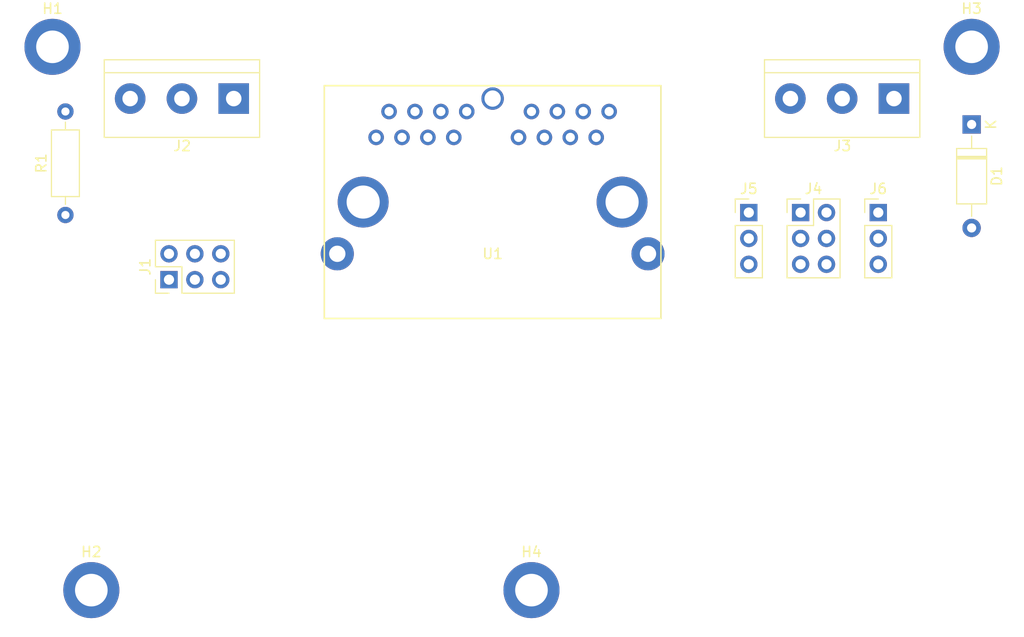
<source format=kicad_pcb>
(kicad_pcb (version 20171130) (host pcbnew 5.0.2+dfsg1-1)

  (general
    (thickness 1.6)
    (drawings 0)
    (tracks 0)
    (zones 0)
    (modules 13)
    (nets 18)
  )

  (page A4)
  (layers
    (0 F.Cu signal)
    (31 B.Cu signal)
    (32 B.Adhes user)
    (33 F.Adhes user)
    (34 B.Paste user)
    (35 F.Paste user)
    (36 B.SilkS user)
    (37 F.SilkS user)
    (38 B.Mask user)
    (39 F.Mask user)
    (40 Dwgs.User user)
    (41 Cmts.User user)
    (42 Eco1.User user)
    (43 Eco2.User user)
    (44 Edge.Cuts user)
    (45 Margin user)
    (46 B.CrtYd user)
    (47 F.CrtYd user)
    (48 B.Fab user)
    (49 F.Fab user)
  )

  (setup
    (last_trace_width 0.25)
    (trace_clearance 0.2)
    (zone_clearance 0.508)
    (zone_45_only no)
    (trace_min 0.2)
    (segment_width 0.2)
    (edge_width 0.15)
    (via_size 0.8)
    (via_drill 0.4)
    (via_min_size 0.4)
    (via_min_drill 0.3)
    (uvia_size 0.3)
    (uvia_drill 0.1)
    (uvias_allowed no)
    (uvia_min_size 0.2)
    (uvia_min_drill 0.1)
    (pcb_text_width 0.3)
    (pcb_text_size 1.5 1.5)
    (mod_edge_width 0.15)
    (mod_text_size 1 1)
    (mod_text_width 0.15)
    (pad_size 1.524 1.524)
    (pad_drill 0.762)
    (pad_to_mask_clearance 0.051)
    (solder_mask_min_width 0.25)
    (aux_axis_origin 0 0)
    (visible_elements FFFFFF7F)
    (pcbplotparams
      (layerselection 0x010fc_ffffffff)
      (usegerberextensions false)
      (usegerberattributes false)
      (usegerberadvancedattributes false)
      (creategerberjobfile false)
      (excludeedgelayer true)
      (linewidth 0.100000)
      (plotframeref false)
      (viasonmask false)
      (mode 1)
      (useauxorigin false)
      (hpglpennumber 1)
      (hpglpenspeed 20)
      (hpglpendiameter 15.000000)
      (psnegative false)
      (psa4output false)
      (plotreference true)
      (plotvalue true)
      (plotinvisibletext false)
      (padsonsilk false)
      (subtractmaskfromsilk false)
      (outputformat 1)
      (mirror false)
      (drillshape 1)
      (scaleselection 1)
      (outputdirectory ""))
  )

  (net 0 "")
  (net 1 sens)
  (net 2 Data3)
  (net 3 Data2)
  (net 4 Data1)
  (net 5 +5V)
  (net 6 GND)
  (net 7 Data1a)
  (net 8 Data2a)
  (net 9 Data3a)
  (net 10 "Net-(U1-Pad6)")
  (net 11 "Net-(U1-Pad5)")
  (net 12 "Net-(U1-Pad7)")
  (net 13 "Net-(U1-Pad14)")
  (net 14 "Net-(U1-Pad15)")
  (net 15 "Net-(U1-Pad13)")
  (net 16 "Net-(U1-Pad18)")
  (net 17 "Net-(U1-Pad17)")

  (net_class Default "This is the default net class."
    (clearance 0.2)
    (trace_width 0.25)
    (via_dia 0.8)
    (via_drill 0.4)
    (uvia_dia 0.3)
    (uvia_drill 0.1)
    (add_net +5V)
    (add_net Data1)
    (add_net Data1a)
    (add_net Data2)
    (add_net Data2a)
    (add_net Data3)
    (add_net Data3a)
    (add_net GND)
    (add_net "Net-(U1-Pad13)")
    (add_net "Net-(U1-Pad14)")
    (add_net "Net-(U1-Pad15)")
    (add_net "Net-(U1-Pad17)")
    (add_net "Net-(U1-Pad18)")
    (add_net "Net-(U1-Pad5)")
    (add_net "Net-(U1-Pad6)")
    (add_net "Net-(U1-Pad7)")
    (add_net sens)
  )

  (module Connector_PinHeader_2.54mm:PinHeader_2x03_P2.54mm_Vertical (layer F.Cu) (tedit 59FED5CC) (tstamp 5DC43B23)
    (at 125.73 73.66 90)
    (descr "Through hole straight pin header, 2x03, 2.54mm pitch, double rows")
    (tags "Through hole pin header THT 2x03 2.54mm double row")
    (path /5DC468F3)
    (fp_text reference J1 (at 1.27 -2.33 90) (layer F.SilkS)
      (effects (font (size 1 1) (thickness 0.15)))
    )
    (fp_text value Conn_02x03_Odd_Even (at 1.27 7.41 90) (layer F.Fab)
      (effects (font (size 1 1) (thickness 0.15)))
    )
    (fp_text user %R (at 1.27 2.54 180) (layer F.Fab)
      (effects (font (size 1 1) (thickness 0.15)))
    )
    (fp_line (start 4.35 -1.8) (end -1.8 -1.8) (layer F.CrtYd) (width 0.05))
    (fp_line (start 4.35 6.85) (end 4.35 -1.8) (layer F.CrtYd) (width 0.05))
    (fp_line (start -1.8 6.85) (end 4.35 6.85) (layer F.CrtYd) (width 0.05))
    (fp_line (start -1.8 -1.8) (end -1.8 6.85) (layer F.CrtYd) (width 0.05))
    (fp_line (start -1.33 -1.33) (end 0 -1.33) (layer F.SilkS) (width 0.12))
    (fp_line (start -1.33 0) (end -1.33 -1.33) (layer F.SilkS) (width 0.12))
    (fp_line (start 1.27 -1.33) (end 3.87 -1.33) (layer F.SilkS) (width 0.12))
    (fp_line (start 1.27 1.27) (end 1.27 -1.33) (layer F.SilkS) (width 0.12))
    (fp_line (start -1.33 1.27) (end 1.27 1.27) (layer F.SilkS) (width 0.12))
    (fp_line (start 3.87 -1.33) (end 3.87 6.41) (layer F.SilkS) (width 0.12))
    (fp_line (start -1.33 1.27) (end -1.33 6.41) (layer F.SilkS) (width 0.12))
    (fp_line (start -1.33 6.41) (end 3.87 6.41) (layer F.SilkS) (width 0.12))
    (fp_line (start -1.27 0) (end 0 -1.27) (layer F.Fab) (width 0.1))
    (fp_line (start -1.27 6.35) (end -1.27 0) (layer F.Fab) (width 0.1))
    (fp_line (start 3.81 6.35) (end -1.27 6.35) (layer F.Fab) (width 0.1))
    (fp_line (start 3.81 -1.27) (end 3.81 6.35) (layer F.Fab) (width 0.1))
    (fp_line (start 0 -1.27) (end 3.81 -1.27) (layer F.Fab) (width 0.1))
    (pad 6 thru_hole oval (at 2.54 5.08 90) (size 1.7 1.7) (drill 1) (layers *.Cu *.Mask)
      (net 1 sens))
    (pad 5 thru_hole oval (at 0 5.08 90) (size 1.7 1.7) (drill 1) (layers *.Cu *.Mask)
      (net 2 Data3))
    (pad 4 thru_hole oval (at 2.54 2.54 90) (size 1.7 1.7) (drill 1) (layers *.Cu *.Mask)
      (net 1 sens))
    (pad 3 thru_hole oval (at 0 2.54 90) (size 1.7 1.7) (drill 1) (layers *.Cu *.Mask)
      (net 3 Data2))
    (pad 2 thru_hole oval (at 2.54 0 90) (size 1.7 1.7) (drill 1) (layers *.Cu *.Mask)
      (net 1 sens))
    (pad 1 thru_hole rect (at 0 0 90) (size 1.7 1.7) (drill 1) (layers *.Cu *.Mask)
      (net 4 Data1))
    (model ${KISYS3DMOD}/Connector_PinHeader_2.54mm.3dshapes/PinHeader_2x03_P2.54mm_Vertical.wrl
      (at (xyz 0 0 0))
      (scale (xyz 1 1 1))
      (rotate (xyz 0 0 0))
    )
  )

  (module TerminalBlock:TerminalBlock_bornier-3_P5.08mm (layer F.Cu) (tedit 59FF03B9) (tstamp 5DC38010)
    (at 132.08 55.88 180)
    (descr "simple 3-pin terminal block, pitch 5.08mm, revamped version of bornier3")
    (tags "terminal block bornier3")
    (path /5DC33416)
    (fp_text reference J2 (at 5.05 -4.65 180) (layer F.SilkS)
      (effects (font (size 1 1) (thickness 0.15)))
    )
    (fp_text value Screw_Terminal_01x03 (at 5.08 5.08 180) (layer F.Fab)
      (effects (font (size 1 1) (thickness 0.15)))
    )
    (fp_text user %R (at 5.08 0 180) (layer F.Fab)
      (effects (font (size 1 1) (thickness 0.15)))
    )
    (fp_line (start -2.47 2.55) (end 12.63 2.55) (layer F.Fab) (width 0.1))
    (fp_line (start -2.47 -3.75) (end 12.63 -3.75) (layer F.Fab) (width 0.1))
    (fp_line (start 12.63 -3.75) (end 12.63 3.75) (layer F.Fab) (width 0.1))
    (fp_line (start 12.63 3.75) (end -2.47 3.75) (layer F.Fab) (width 0.1))
    (fp_line (start -2.47 3.75) (end -2.47 -3.75) (layer F.Fab) (width 0.1))
    (fp_line (start -2.54 3.81) (end -2.54 -3.81) (layer F.SilkS) (width 0.12))
    (fp_line (start 12.7 3.81) (end 12.7 -3.81) (layer F.SilkS) (width 0.12))
    (fp_line (start -2.54 2.54) (end 12.7 2.54) (layer F.SilkS) (width 0.12))
    (fp_line (start -2.54 -3.81) (end 12.7 -3.81) (layer F.SilkS) (width 0.12))
    (fp_line (start -2.54 3.81) (end 12.7 3.81) (layer F.SilkS) (width 0.12))
    (fp_line (start -2.72 -4) (end 12.88 -4) (layer F.CrtYd) (width 0.05))
    (fp_line (start -2.72 -4) (end -2.72 4) (layer F.CrtYd) (width 0.05))
    (fp_line (start 12.88 4) (end 12.88 -4) (layer F.CrtYd) (width 0.05))
    (fp_line (start 12.88 4) (end -2.72 4) (layer F.CrtYd) (width 0.05))
    (pad 1 thru_hole rect (at 0 0 180) (size 3 3) (drill 1.52) (layers *.Cu *.Mask)
      (net 5 +5V))
    (pad 2 thru_hole circle (at 5.08 0 180) (size 3 3) (drill 1.52) (layers *.Cu *.Mask)
      (net 1 sens))
    (pad 3 thru_hole circle (at 10.16 0 180) (size 3 3) (drill 1.52) (layers *.Cu *.Mask)
      (net 6 GND))
    (model ${KISYS3DMOD}/TerminalBlock.3dshapes/TerminalBlock_bornier-3_P5.08mm.wrl
      (offset (xyz 5.079999923706055 0 0))
      (scale (xyz 1 1 1))
      (rotate (xyz 0 0 0))
    )
  )

  (module TerminalBlock:TerminalBlock_bornier-3_P5.08mm (layer F.Cu) (tedit 59FF03B9) (tstamp 5DC43A8C)
    (at 196.85 55.88 180)
    (descr "simple 3-pin terminal block, pitch 5.08mm, revamped version of bornier3")
    (tags "terminal block bornier3")
    (path /5DC4B9A2)
    (fp_text reference J3 (at 5.05 -4.65 180) (layer F.SilkS)
      (effects (font (size 1 1) (thickness 0.15)))
    )
    (fp_text value Screw_Terminal_01x03 (at 5.08 5.08 180) (layer F.Fab)
      (effects (font (size 1 1) (thickness 0.15)))
    )
    (fp_line (start 12.88 4) (end -2.72 4) (layer F.CrtYd) (width 0.05))
    (fp_line (start 12.88 4) (end 12.88 -4) (layer F.CrtYd) (width 0.05))
    (fp_line (start -2.72 -4) (end -2.72 4) (layer F.CrtYd) (width 0.05))
    (fp_line (start -2.72 -4) (end 12.88 -4) (layer F.CrtYd) (width 0.05))
    (fp_line (start -2.54 3.81) (end 12.7 3.81) (layer F.SilkS) (width 0.12))
    (fp_line (start -2.54 -3.81) (end 12.7 -3.81) (layer F.SilkS) (width 0.12))
    (fp_line (start -2.54 2.54) (end 12.7 2.54) (layer F.SilkS) (width 0.12))
    (fp_line (start 12.7 3.81) (end 12.7 -3.81) (layer F.SilkS) (width 0.12))
    (fp_line (start -2.54 3.81) (end -2.54 -3.81) (layer F.SilkS) (width 0.12))
    (fp_line (start -2.47 3.75) (end -2.47 -3.75) (layer F.Fab) (width 0.1))
    (fp_line (start 12.63 3.75) (end -2.47 3.75) (layer F.Fab) (width 0.1))
    (fp_line (start 12.63 -3.75) (end 12.63 3.75) (layer F.Fab) (width 0.1))
    (fp_line (start -2.47 -3.75) (end 12.63 -3.75) (layer F.Fab) (width 0.1))
    (fp_line (start -2.47 2.55) (end 12.63 2.55) (layer F.Fab) (width 0.1))
    (fp_text user %R (at 5.08 0 180) (layer F.Fab)
      (effects (font (size 1 1) (thickness 0.15)))
    )
    (pad 3 thru_hole circle (at 10.16 0 180) (size 3 3) (drill 1.52) (layers *.Cu *.Mask)
      (net 6 GND))
    (pad 2 thru_hole circle (at 5.08 0 180) (size 3 3) (drill 1.52) (layers *.Cu *.Mask)
      (net 1 sens))
    (pad 1 thru_hole rect (at 0 0 180) (size 3 3) (drill 1.52) (layers *.Cu *.Mask)
      (net 5 +5V))
    (model ${KISYS3DMOD}/TerminalBlock.3dshapes/TerminalBlock_bornier-3_P5.08mm.wrl
      (offset (xyz 5.079999923706055 0 0))
      (scale (xyz 1 1 1))
      (rotate (xyz 0 0 0))
    )
  )

  (module Connector_PinHeader_2.54mm:PinHeader_2x03_P2.54mm_Vertical (layer F.Cu) (tedit 59FED5CC) (tstamp 5DC4B420)
    (at 187.692655 67.07013)
    (descr "Through hole straight pin header, 2x03, 2.54mm pitch, double rows")
    (tags "Through hole pin header THT 2x03 2.54mm double row")
    (path /5DC334A3)
    (fp_text reference J4 (at 1.27 -2.33) (layer F.SilkS)
      (effects (font (size 1 1) (thickness 0.15)))
    )
    (fp_text value Conn_02x03_Odd_Even (at 1.27 7.41) (layer F.Fab)
      (effects (font (size 1 1) (thickness 0.15)))
    )
    (fp_line (start 0 -1.27) (end 3.81 -1.27) (layer F.Fab) (width 0.1))
    (fp_line (start 3.81 -1.27) (end 3.81 6.35) (layer F.Fab) (width 0.1))
    (fp_line (start 3.81 6.35) (end -1.27 6.35) (layer F.Fab) (width 0.1))
    (fp_line (start -1.27 6.35) (end -1.27 0) (layer F.Fab) (width 0.1))
    (fp_line (start -1.27 0) (end 0 -1.27) (layer F.Fab) (width 0.1))
    (fp_line (start -1.33 6.41) (end 3.87 6.41) (layer F.SilkS) (width 0.12))
    (fp_line (start -1.33 1.27) (end -1.33 6.41) (layer F.SilkS) (width 0.12))
    (fp_line (start 3.87 -1.33) (end 3.87 6.41) (layer F.SilkS) (width 0.12))
    (fp_line (start -1.33 1.27) (end 1.27 1.27) (layer F.SilkS) (width 0.12))
    (fp_line (start 1.27 1.27) (end 1.27 -1.33) (layer F.SilkS) (width 0.12))
    (fp_line (start 1.27 -1.33) (end 3.87 -1.33) (layer F.SilkS) (width 0.12))
    (fp_line (start -1.33 0) (end -1.33 -1.33) (layer F.SilkS) (width 0.12))
    (fp_line (start -1.33 -1.33) (end 0 -1.33) (layer F.SilkS) (width 0.12))
    (fp_line (start -1.8 -1.8) (end -1.8 6.85) (layer F.CrtYd) (width 0.05))
    (fp_line (start -1.8 6.85) (end 4.35 6.85) (layer F.CrtYd) (width 0.05))
    (fp_line (start 4.35 6.85) (end 4.35 -1.8) (layer F.CrtYd) (width 0.05))
    (fp_line (start 4.35 -1.8) (end -1.8 -1.8) (layer F.CrtYd) (width 0.05))
    (fp_text user %R (at 1.27 2.54 90) (layer F.Fab)
      (effects (font (size 1 1) (thickness 0.15)))
    )
    (pad 1 thru_hole rect (at 0 0) (size 1.7 1.7) (drill 1) (layers *.Cu *.Mask)
      (net 4 Data1))
    (pad 2 thru_hole oval (at 2.54 0) (size 1.7 1.7) (drill 1) (layers *.Cu *.Mask)
      (net 7 Data1a))
    (pad 3 thru_hole oval (at 0 2.54) (size 1.7 1.7) (drill 1) (layers *.Cu *.Mask)
      (net 3 Data2))
    (pad 4 thru_hole oval (at 2.54 2.54) (size 1.7 1.7) (drill 1) (layers *.Cu *.Mask)
      (net 8 Data2a))
    (pad 5 thru_hole oval (at 0 5.08) (size 1.7 1.7) (drill 1) (layers *.Cu *.Mask)
      (net 2 Data3))
    (pad 6 thru_hole oval (at 2.54 5.08) (size 1.7 1.7) (drill 1) (layers *.Cu *.Mask)
      (net 9 Data3a))
    (model ${KISYS3DMOD}/Connector_PinHeader_2.54mm.3dshapes/PinHeader_2x03_P2.54mm_Vertical.wrl
      (at (xyz 0 0 0))
      (scale (xyz 1 1 1))
      (rotate (xyz 0 0 0))
    )
  )

  (module Connector_PinHeader_2.54mm:PinHeader_1x03_P2.54mm_Vertical (layer F.Cu) (tedit 59FED5CC) (tstamp 5DC4B46C)
    (at 182.612655 67.07013)
    (descr "Through hole straight pin header, 1x03, 2.54mm pitch, single row")
    (tags "Through hole pin header THT 1x03 2.54mm single row")
    (path /5DC3384A)
    (fp_text reference J5 (at 0 -2.33) (layer F.SilkS)
      (effects (font (size 1 1) (thickness 0.15)))
    )
    (fp_text value Conn_01x03 (at 0 7.41) (layer F.Fab)
      (effects (font (size 1 1) (thickness 0.15)))
    )
    (fp_text user %R (at 0 2.54 90) (layer F.Fab)
      (effects (font (size 1 1) (thickness 0.15)))
    )
    (fp_line (start 1.8 -1.8) (end -1.8 -1.8) (layer F.CrtYd) (width 0.05))
    (fp_line (start 1.8 6.85) (end 1.8 -1.8) (layer F.CrtYd) (width 0.05))
    (fp_line (start -1.8 6.85) (end 1.8 6.85) (layer F.CrtYd) (width 0.05))
    (fp_line (start -1.8 -1.8) (end -1.8 6.85) (layer F.CrtYd) (width 0.05))
    (fp_line (start -1.33 -1.33) (end 0 -1.33) (layer F.SilkS) (width 0.12))
    (fp_line (start -1.33 0) (end -1.33 -1.33) (layer F.SilkS) (width 0.12))
    (fp_line (start -1.33 1.27) (end 1.33 1.27) (layer F.SilkS) (width 0.12))
    (fp_line (start 1.33 1.27) (end 1.33 6.41) (layer F.SilkS) (width 0.12))
    (fp_line (start -1.33 1.27) (end -1.33 6.41) (layer F.SilkS) (width 0.12))
    (fp_line (start -1.33 6.41) (end 1.33 6.41) (layer F.SilkS) (width 0.12))
    (fp_line (start -1.27 -0.635) (end -0.635 -1.27) (layer F.Fab) (width 0.1))
    (fp_line (start -1.27 6.35) (end -1.27 -0.635) (layer F.Fab) (width 0.1))
    (fp_line (start 1.27 6.35) (end -1.27 6.35) (layer F.Fab) (width 0.1))
    (fp_line (start 1.27 -1.27) (end 1.27 6.35) (layer F.Fab) (width 0.1))
    (fp_line (start -0.635 -1.27) (end 1.27 -1.27) (layer F.Fab) (width 0.1))
    (pad 3 thru_hole oval (at 0 5.08) (size 1.7 1.7) (drill 1) (layers *.Cu *.Mask)
      (net 2 Data3))
    (pad 2 thru_hole oval (at 0 2.54) (size 1.7 1.7) (drill 1) (layers *.Cu *.Mask)
      (net 3 Data2))
    (pad 1 thru_hole rect (at 0 0) (size 1.7 1.7) (drill 1) (layers *.Cu *.Mask)
      (net 4 Data1))
    (model ${KISYS3DMOD}/Connector_PinHeader_2.54mm.3dshapes/PinHeader_1x03_P2.54mm_Vertical.wrl
      (at (xyz 0 0 0))
      (scale (xyz 1 1 1))
      (rotate (xyz 0 0 0))
    )
  )

  (module Connector_PinHeader_2.54mm:PinHeader_1x03_P2.54mm_Vertical (layer F.Cu) (tedit 59FED5CC) (tstamp 5DC4B4AE)
    (at 195.312655 67.07013)
    (descr "Through hole straight pin header, 1x03, 2.54mm pitch, single row")
    (tags "Through hole pin header THT 1x03 2.54mm single row")
    (path /5DC33789)
    (fp_text reference J6 (at 0 -2.33) (layer F.SilkS)
      (effects (font (size 1 1) (thickness 0.15)))
    )
    (fp_text value Conn_01x03 (at 0 7.41) (layer F.Fab)
      (effects (font (size 1 1) (thickness 0.15)))
    )
    (fp_line (start -0.635 -1.27) (end 1.27 -1.27) (layer F.Fab) (width 0.1))
    (fp_line (start 1.27 -1.27) (end 1.27 6.35) (layer F.Fab) (width 0.1))
    (fp_line (start 1.27 6.35) (end -1.27 6.35) (layer F.Fab) (width 0.1))
    (fp_line (start -1.27 6.35) (end -1.27 -0.635) (layer F.Fab) (width 0.1))
    (fp_line (start -1.27 -0.635) (end -0.635 -1.27) (layer F.Fab) (width 0.1))
    (fp_line (start -1.33 6.41) (end 1.33 6.41) (layer F.SilkS) (width 0.12))
    (fp_line (start -1.33 1.27) (end -1.33 6.41) (layer F.SilkS) (width 0.12))
    (fp_line (start 1.33 1.27) (end 1.33 6.41) (layer F.SilkS) (width 0.12))
    (fp_line (start -1.33 1.27) (end 1.33 1.27) (layer F.SilkS) (width 0.12))
    (fp_line (start -1.33 0) (end -1.33 -1.33) (layer F.SilkS) (width 0.12))
    (fp_line (start -1.33 -1.33) (end 0 -1.33) (layer F.SilkS) (width 0.12))
    (fp_line (start -1.8 -1.8) (end -1.8 6.85) (layer F.CrtYd) (width 0.05))
    (fp_line (start -1.8 6.85) (end 1.8 6.85) (layer F.CrtYd) (width 0.05))
    (fp_line (start 1.8 6.85) (end 1.8 -1.8) (layer F.CrtYd) (width 0.05))
    (fp_line (start 1.8 -1.8) (end -1.8 -1.8) (layer F.CrtYd) (width 0.05))
    (fp_text user %R (at 0 2.54 90) (layer F.Fab)
      (effects (font (size 1 1) (thickness 0.15)))
    )
    (pad 1 thru_hole rect (at 0 0) (size 1.7 1.7) (drill 1) (layers *.Cu *.Mask)
      (net 7 Data1a))
    (pad 2 thru_hole oval (at 0 2.54) (size 1.7 1.7) (drill 1) (layers *.Cu *.Mask)
      (net 8 Data2a))
    (pad 3 thru_hole oval (at 0 5.08) (size 1.7 1.7) (drill 1) (layers *.Cu *.Mask)
      (net 9 Data3a))
    (model ${KISYS3DMOD}/Connector_PinHeader_2.54mm.3dshapes/PinHeader_1x03_P2.54mm_Vertical.wrl
      (at (xyz 0 0 0))
      (scale (xyz 1 1 1))
      (rotate (xyz 0 0 0))
    )
  )

  (module Resistor_THT:R_Axial_DIN0207_L6.3mm_D2.5mm_P10.16mm_Horizontal (layer F.Cu) (tedit 5AE5139B) (tstamp 5DC4399F)
    (at 115.57 67.31 90)
    (descr "Resistor, Axial_DIN0207 series, Axial, Horizontal, pin pitch=10.16mm, 0.25W = 1/4W, length*diameter=6.3*2.5mm^2, http://cdn-reichelt.de/documents/datenblatt/B400/1_4W%23YAG.pdf")
    (tags "Resistor Axial_DIN0207 series Axial Horizontal pin pitch 10.16mm 0.25W = 1/4W length 6.3mm diameter 2.5mm")
    (path /5D9E59CF)
    (fp_text reference R1 (at 5.08 -2.37 90) (layer F.SilkS)
      (effects (font (size 1 1) (thickness 0.15)))
    )
    (fp_text value 4k7 (at 5.08 2.37 90) (layer F.Fab)
      (effects (font (size 1 1) (thickness 0.15)))
    )
    (fp_line (start 1.93 -1.25) (end 1.93 1.25) (layer F.Fab) (width 0.1))
    (fp_line (start 1.93 1.25) (end 8.23 1.25) (layer F.Fab) (width 0.1))
    (fp_line (start 8.23 1.25) (end 8.23 -1.25) (layer F.Fab) (width 0.1))
    (fp_line (start 8.23 -1.25) (end 1.93 -1.25) (layer F.Fab) (width 0.1))
    (fp_line (start 0 0) (end 1.93 0) (layer F.Fab) (width 0.1))
    (fp_line (start 10.16 0) (end 8.23 0) (layer F.Fab) (width 0.1))
    (fp_line (start 1.81 -1.37) (end 1.81 1.37) (layer F.SilkS) (width 0.12))
    (fp_line (start 1.81 1.37) (end 8.35 1.37) (layer F.SilkS) (width 0.12))
    (fp_line (start 8.35 1.37) (end 8.35 -1.37) (layer F.SilkS) (width 0.12))
    (fp_line (start 8.35 -1.37) (end 1.81 -1.37) (layer F.SilkS) (width 0.12))
    (fp_line (start 1.04 0) (end 1.81 0) (layer F.SilkS) (width 0.12))
    (fp_line (start 9.12 0) (end 8.35 0) (layer F.SilkS) (width 0.12))
    (fp_line (start -1.05 -1.5) (end -1.05 1.5) (layer F.CrtYd) (width 0.05))
    (fp_line (start -1.05 1.5) (end 11.21 1.5) (layer F.CrtYd) (width 0.05))
    (fp_line (start 11.21 1.5) (end 11.21 -1.5) (layer F.CrtYd) (width 0.05))
    (fp_line (start 11.21 -1.5) (end -1.05 -1.5) (layer F.CrtYd) (width 0.05))
    (fp_text user %R (at 5.08 0 90) (layer F.Fab)
      (effects (font (size 1 1) (thickness 0.15)))
    )
    (pad 1 thru_hole circle (at 0 0 90) (size 1.6 1.6) (drill 0.8) (layers *.Cu *.Mask)
      (net 1 sens))
    (pad 2 thru_hole oval (at 10.16 0 90) (size 1.6 1.6) (drill 0.8) (layers *.Cu *.Mask)
      (net 5 +5V))
    (model ${KISYS3DMOD}/Resistor_THT.3dshapes/R_Axial_DIN0207_L6.3mm_D2.5mm_P10.16mm_Horizontal.wrl
      (at (xyz 0 0 0))
      (scale (xyz 1 1 1))
      (rotate (xyz 0 0 0))
    )
  )

  (module RJ45_dual:RJ45_dual (layer F.Cu) (tedit 5DC1F2EB) (tstamp 5DC380BB)
    (at 157.48 66.04)
    (path /5DC21074)
    (fp_text reference U1 (at 0 5.08) (layer F.SilkS)
      (effects (font (size 1 1) (thickness 0.15)))
    )
    (fp_text value DUALRJ45 (at 0 2.54) (layer F.Fab)
      (effects (font (size 1 1) (thickness 0.15)))
    )
    (fp_line (start -16.51 11.43) (end -16.51 -11.43) (layer F.SilkS) (width 0.15))
    (fp_line (start -16.51 -11.43) (end 16.51 -11.43) (layer F.SilkS) (width 0.15))
    (fp_line (start 16.51 -11.43) (end 16.51 11.43) (layer F.SilkS) (width 0.15))
    (fp_line (start 16.51 11.43) (end -16.51 11.43) (layer F.SilkS) (width 0.15))
    (pad 8 thru_hole circle (at -2.54 -8.89) (size 1.524 1.524) (drill 0.9) (layers *.Cu *.Mask)
      (net 5 +5V))
    (pad 6 thru_hole circle (at -5.08 -8.89) (size 1.524 1.524) (drill 0.9) (layers *.Cu *.Mask)
      (net 10 "Net-(U1-Pad6)"))
    (pad 4 thru_hole circle (at -7.62 -8.89) (size 1.524 1.524) (drill 0.9) (layers *.Cu *.Mask)
      (net 2 Data3))
    (pad 2 thru_hole circle (at -10.16 -8.89) (size 1.524 1.524) (drill 0.9) (layers *.Cu *.Mask)
      (net 4 Data1))
    (pad 1 thru_hole circle (at -11.43 -6.35) (size 1.524 1.524) (drill 0.9) (layers *.Cu *.Mask)
      (net 6 GND))
    (pad 3 thru_hole circle (at -8.89 -6.35) (size 1.524 1.524) (drill 0.9) (layers *.Cu *.Mask)
      (net 3 Data2))
    (pad 5 thru_hole circle (at -6.35 -6.35) (size 1.524 1.524) (drill 0.9) (layers *.Cu *.Mask)
      (net 11 "Net-(U1-Pad5)"))
    (pad 7 thru_hole circle (at -3.81 -6.35) (size 1.524 1.524) (drill 0.9) (layers *.Cu *.Mask)
      (net 12 "Net-(U1-Pad7)"))
    (pad 10 thru_hole circle (at 3.81 -8.89) (size 1.524 1.524) (drill 0.9) (layers *.Cu *.Mask)
      (net 7 Data1a))
    (pad 12 thru_hole circle (at 6.35 -8.89) (size 1.524 1.524) (drill 0.9) (layers *.Cu *.Mask)
      (net 9 Data3a))
    (pad 14 thru_hole circle (at 8.89 -8.89) (size 1.524 1.524) (drill 0.9) (layers *.Cu *.Mask)
      (net 13 "Net-(U1-Pad14)"))
    (pad 16 thru_hole circle (at 11.43 -8.89) (size 1.524 1.524) (drill 0.9) (layers *.Cu *.Mask)
      (net 5 +5V))
    (pad 15 thru_hole circle (at 10.16 -6.35) (size 1.524 1.524) (drill 0.9) (layers *.Cu *.Mask)
      (net 14 "Net-(U1-Pad15)"))
    (pad 13 thru_hole circle (at 7.62 -6.35) (size 1.524 1.524) (drill 0.9) (layers *.Cu *.Mask)
      (net 15 "Net-(U1-Pad13)"))
    (pad 11 thru_hole circle (at 5.08 -6.35) (size 1.524 1.524) (drill 0.9) (layers *.Cu *.Mask)
      (net 8 Data2a))
    (pad 9 thru_hole circle (at 2.54 -6.35) (size 1.524 1.524) (drill 0.9) (layers *.Cu *.Mask)
      (net 6 GND))
    (pad 18 thru_hole circle (at -12.7 0) (size 5 5) (drill 3.25) (layers *.Cu *.Mask)
      (net 16 "Net-(U1-Pad18)"))
    (pad 17 thru_hole circle (at 12.7 0) (size 5 5) (drill 3.25) (layers *.Cu *.Mask)
      (net 17 "Net-(U1-Pad17)"))
    (pad 19 thru_hole circle (at -15.24 5.08) (size 3.25 3.25) (drill 1.6) (layers *.Cu *.Mask)
      (net 6 GND))
    (pad 20 thru_hole circle (at 15.24 5.08) (size 3.25 3.25) (drill 1.6) (layers *.Cu *.Mask)
      (net 6 GND))
    (pad 21 thru_hole circle (at 0 -10.16) (size 2.2 2.2) (drill 1.6) (layers *.Cu *.Mask)
      (net 6 GND))
  )

  (module MountingHole:MountingHole_3.2mm_M3_ISO14580_Pad (layer F.Cu) (tedit 56D1B4CB) (tstamp 5DC44740)
    (at 114.3 50.8)
    (descr "Mounting Hole 3.2mm, M3, ISO14580")
    (tags "mounting hole 3.2mm m3 iso14580")
    (path /5DC4BED7)
    (attr virtual)
    (fp_text reference H1 (at 0 -3.75) (layer F.SilkS)
      (effects (font (size 1 1) (thickness 0.15)))
    )
    (fp_text value MountingHole (at 0 3.75) (layer F.Fab)
      (effects (font (size 1 1) (thickness 0.15)))
    )
    (fp_text user %R (at 0.3 0) (layer F.Fab)
      (effects (font (size 1 1) (thickness 0.15)))
    )
    (fp_circle (center 0 0) (end 2.75 0) (layer Cmts.User) (width 0.15))
    (fp_circle (center 0 0) (end 3 0) (layer F.CrtYd) (width 0.05))
    (pad 1 thru_hole circle (at 0 0) (size 5.5 5.5) (drill 3.2) (layers *.Cu *.Mask))
  )

  (module MountingHole:MountingHole_3.2mm_M3_ISO14580_Pad (layer F.Cu) (tedit 56D1B4CB) (tstamp 5DC44748)
    (at 118.11 104.14)
    (descr "Mounting Hole 3.2mm, M3, ISO14580")
    (tags "mounting hole 3.2mm m3 iso14580")
    (path /5DC4BF4F)
    (attr virtual)
    (fp_text reference H2 (at 0 -3.75) (layer F.SilkS)
      (effects (font (size 1 1) (thickness 0.15)))
    )
    (fp_text value MountingHole (at 0 3.75) (layer F.Fab)
      (effects (font (size 1 1) (thickness 0.15)))
    )
    (fp_circle (center 0 0) (end 3 0) (layer F.CrtYd) (width 0.05))
    (fp_circle (center 0 0) (end 2.75 0) (layer Cmts.User) (width 0.15))
    (fp_text user %R (at 0.3 0) (layer F.Fab)
      (effects (font (size 1 1) (thickness 0.15)))
    )
    (pad 1 thru_hole circle (at 0 0) (size 5.5 5.5) (drill 3.2) (layers *.Cu *.Mask))
  )

  (module MountingHole:MountingHole_3.2mm_M3_ISO14580_Pad (layer F.Cu) (tedit 56D1B4CB) (tstamp 5DC44750)
    (at 204.47 50.8)
    (descr "Mounting Hole 3.2mm, M3, ISO14580")
    (tags "mounting hole 3.2mm m3 iso14580")
    (path /5DC4BF77)
    (attr virtual)
    (fp_text reference H3 (at 0 -3.75) (layer F.SilkS)
      (effects (font (size 1 1) (thickness 0.15)))
    )
    (fp_text value MountingHole (at 0 3.75) (layer F.Fab)
      (effects (font (size 1 1) (thickness 0.15)))
    )
    (fp_text user %R (at 0.3 0) (layer F.Fab)
      (effects (font (size 1 1) (thickness 0.15)))
    )
    (fp_circle (center 0 0) (end 2.75 0) (layer Cmts.User) (width 0.15))
    (fp_circle (center 0 0) (end 3 0) (layer F.CrtYd) (width 0.05))
    (pad 1 thru_hole circle (at 0 0) (size 5.5 5.5) (drill 3.2) (layers *.Cu *.Mask))
  )

  (module MountingHole:MountingHole_3.2mm_M3_ISO14580_Pad (layer F.Cu) (tedit 56D1B4CB) (tstamp 5DC47936)
    (at 161.29 104.14)
    (descr "Mounting Hole 3.2mm, M3, ISO14580")
    (tags "mounting hole 3.2mm m3 iso14580")
    (path /5DC4BFA9)
    (attr virtual)
    (fp_text reference H4 (at 0 -3.75) (layer F.SilkS)
      (effects (font (size 1 1) (thickness 0.15)))
    )
    (fp_text value MountingHole (at 0 3.75) (layer F.Fab)
      (effects (font (size 1 1) (thickness 0.15)))
    )
    (fp_circle (center 0 0) (end 3 0) (layer F.CrtYd) (width 0.05))
    (fp_circle (center 0 0) (end 2.75 0) (layer Cmts.User) (width 0.15))
    (fp_text user %R (at 0.3 0) (layer F.Fab)
      (effects (font (size 1 1) (thickness 0.15)))
    )
    (pad 1 thru_hole circle (at 0 0) (size 5.5 5.5) (drill 3.2) (layers *.Cu *.Mask))
  )

  (module Diode_THT:D_A-405_P10.16mm_Horizontal (layer F.Cu) (tedit 5AE50CD5) (tstamp 5DC4B225)
    (at 204.47 58.42 270)
    (descr "Diode, A-405 series, Axial, Horizontal, pin pitch=10.16mm, , length*diameter=5.2*2.7mm^2, , http://www.diodes.com/_files/packages/A-405.pdf")
    (tags "Diode A-405 series Axial Horizontal pin pitch 10.16mm  length 5.2mm diameter 2.7mm")
    (path /5DC4C20E)
    (fp_text reference D1 (at 5.08 -2.47 270) (layer F.SilkS)
      (effects (font (size 1 1) (thickness 0.15)))
    )
    (fp_text value D_Schottky (at 5.08 2.47 270) (layer F.Fab)
      (effects (font (size 1 1) (thickness 0.15)))
    )
    (fp_line (start 2.48 -1.35) (end 2.48 1.35) (layer F.Fab) (width 0.1))
    (fp_line (start 2.48 1.35) (end 7.68 1.35) (layer F.Fab) (width 0.1))
    (fp_line (start 7.68 1.35) (end 7.68 -1.35) (layer F.Fab) (width 0.1))
    (fp_line (start 7.68 -1.35) (end 2.48 -1.35) (layer F.Fab) (width 0.1))
    (fp_line (start 0 0) (end 2.48 0) (layer F.Fab) (width 0.1))
    (fp_line (start 10.16 0) (end 7.68 0) (layer F.Fab) (width 0.1))
    (fp_line (start 3.26 -1.35) (end 3.26 1.35) (layer F.Fab) (width 0.1))
    (fp_line (start 3.36 -1.35) (end 3.36 1.35) (layer F.Fab) (width 0.1))
    (fp_line (start 3.16 -1.35) (end 3.16 1.35) (layer F.Fab) (width 0.1))
    (fp_line (start 2.36 -1.47) (end 2.36 1.47) (layer F.SilkS) (width 0.12))
    (fp_line (start 2.36 1.47) (end 7.8 1.47) (layer F.SilkS) (width 0.12))
    (fp_line (start 7.8 1.47) (end 7.8 -1.47) (layer F.SilkS) (width 0.12))
    (fp_line (start 7.8 -1.47) (end 2.36 -1.47) (layer F.SilkS) (width 0.12))
    (fp_line (start 1.14 0) (end 2.36 0) (layer F.SilkS) (width 0.12))
    (fp_line (start 9.02 0) (end 7.8 0) (layer F.SilkS) (width 0.12))
    (fp_line (start 3.26 -1.47) (end 3.26 1.47) (layer F.SilkS) (width 0.12))
    (fp_line (start 3.38 -1.47) (end 3.38 1.47) (layer F.SilkS) (width 0.12))
    (fp_line (start 3.14 -1.47) (end 3.14 1.47) (layer F.SilkS) (width 0.12))
    (fp_line (start -1.15 -1.6) (end -1.15 1.6) (layer F.CrtYd) (width 0.05))
    (fp_line (start -1.15 1.6) (end 11.31 1.6) (layer F.CrtYd) (width 0.05))
    (fp_line (start 11.31 1.6) (end 11.31 -1.6) (layer F.CrtYd) (width 0.05))
    (fp_line (start 11.31 -1.6) (end -1.15 -1.6) (layer F.CrtYd) (width 0.05))
    (fp_text user %R (at 5.47 0 270) (layer F.Fab)
      (effects (font (size 1 1) (thickness 0.15)))
    )
    (fp_text user K (at 0 -1.9 270) (layer F.Fab)
      (effects (font (size 1 1) (thickness 0.15)))
    )
    (fp_text user K (at 0 -1.9 270) (layer F.SilkS)
      (effects (font (size 1 1) (thickness 0.15)))
    )
    (pad 1 thru_hole rect (at 0 0 270) (size 1.8 1.8) (drill 0.9) (layers *.Cu *.Mask)
      (net 5 +5V))
    (pad 2 thru_hole oval (at 10.16 0 270) (size 1.8 1.8) (drill 0.9) (layers *.Cu *.Mask)
      (net 6 GND))
    (model ${KISYS3DMOD}/Diode_THT.3dshapes/D_A-405_P10.16mm_Horizontal.wrl
      (at (xyz 0 0 0))
      (scale (xyz 1 1 1))
      (rotate (xyz 0 0 0))
    )
  )

)

</source>
